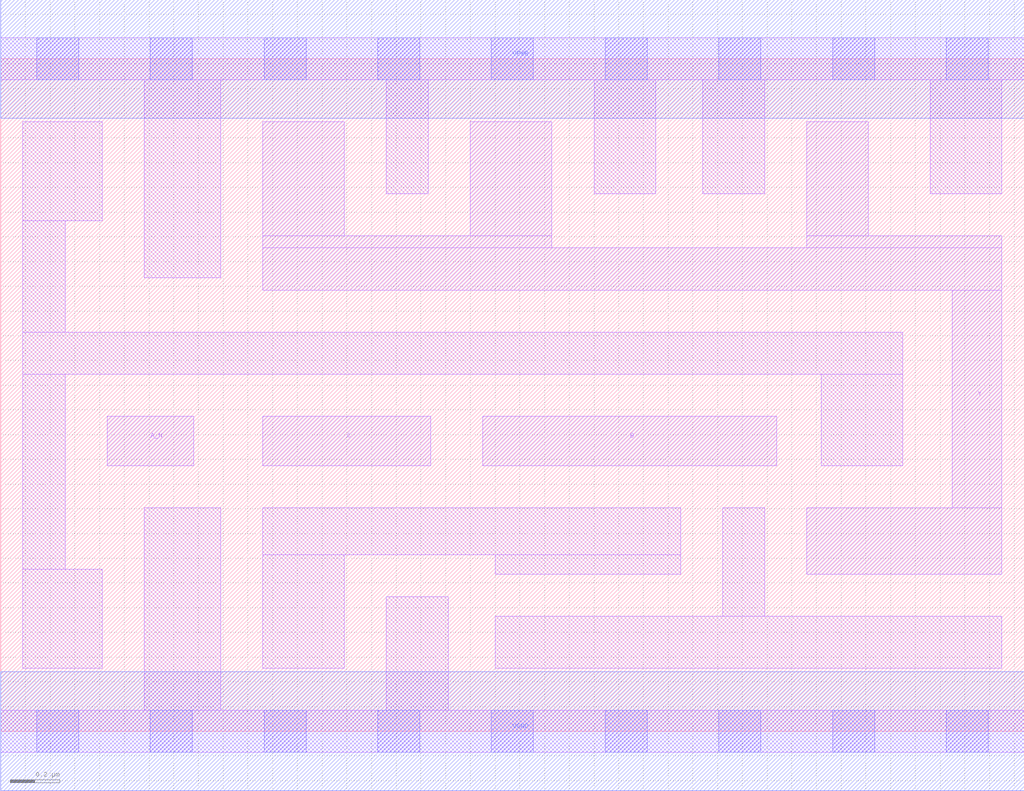
<source format=lef>
# Copyright 2020 The SkyWater PDK Authors
#
# Licensed under the Apache License, Version 2.0 (the "License");
# you may not use this file except in compliance with the License.
# You may obtain a copy of the License at
#
#     https://www.apache.org/licenses/LICENSE-2.0
#
# Unless required by applicable law or agreed to in writing, software
# distributed under the License is distributed on an "AS IS" BASIS,
# WITHOUT WARRANTIES OR CONDITIONS OF ANY KIND, either express or implied.
# See the License for the specific language governing permissions and
# limitations under the License.
#
# SPDX-License-Identifier: Apache-2.0

VERSION 5.7 ;
  NOWIREEXTENSIONATPIN ON ;
  DIVIDERCHAR "/" ;
  BUSBITCHARS "[]" ;
UNITS
  DATABASE MICRONS 200 ;
END UNITS
MACRO sky130_fd_sc_hd__nand3b_2
  CLASS CORE ;
  FOREIGN sky130_fd_sc_hd__nand3b_2 ;
  ORIGIN  0.000000  0.000000 ;
  SIZE  4.140000 BY  2.720000 ;
  SYMMETRY X Y R90 ;
  SITE unithd ;
  PIN A_N
    ANTENNAGATEAREA  0.126000 ;
    DIRECTION INPUT ;
    USE SIGNAL ;
    PORT
      LAYER li1 ;
        RECT 0.430000 1.075000 0.780000 1.275000 ;
    END
  END A_N
  PIN B
    ANTENNAGATEAREA  0.495000 ;
    DIRECTION INPUT ;
    USE SIGNAL ;
    PORT
      LAYER li1 ;
        RECT 1.950000 1.075000 3.140000 1.275000 ;
    END
  END B
  PIN C
    ANTENNAGATEAREA  0.495000 ;
    DIRECTION INPUT ;
    USE SIGNAL ;
    PORT
      LAYER li1 ;
        RECT 1.060000 1.075000 1.740000 1.275000 ;
    END
  END C
  PIN Y
    ANTENNADIFFAREA  0.985500 ;
    DIRECTION OUTPUT ;
    USE SIGNAL ;
    PORT
      LAYER li1 ;
        RECT 1.060000 1.785000 4.050000 1.955000 ;
        RECT 1.060000 1.955000 2.230000 2.005000 ;
        RECT 1.060000 2.005000 1.390000 2.465000 ;
        RECT 1.900000 2.005000 2.230000 2.465000 ;
        RECT 3.260000 0.635000 4.050000 0.905000 ;
        RECT 3.260000 1.955000 4.050000 2.005000 ;
        RECT 3.260000 2.005000 3.510000 2.465000 ;
        RECT 3.850000 0.905000 4.050000 1.785000 ;
    END
  END Y
  PIN VGND
    DIRECTION INOUT ;
    SHAPE ABUTMENT ;
    USE GROUND ;
    PORT
      LAYER met1 ;
        RECT 0.000000 -0.240000 4.140000 0.240000 ;
    END
  END VGND
  PIN VPWR
    DIRECTION INOUT ;
    SHAPE ABUTMENT ;
    USE POWER ;
    PORT
      LAYER met1 ;
        RECT 0.000000 2.480000 4.140000 2.960000 ;
    END
  END VPWR
  OBS
    LAYER li1 ;
      RECT 0.000000 -0.085000 4.140000 0.085000 ;
      RECT 0.000000  2.635000 4.140000 2.805000 ;
      RECT 0.090000  0.255000 0.410000 0.655000 ;
      RECT 0.090000  0.655000 0.260000 1.445000 ;
      RECT 0.090000  1.445000 3.650000 1.615000 ;
      RECT 0.090000  1.615000 0.260000 2.065000 ;
      RECT 0.090000  2.065000 0.410000 2.465000 ;
      RECT 0.580000  0.085000 0.890000 0.905000 ;
      RECT 0.580000  1.835000 0.890000 2.635000 ;
      RECT 1.060000  0.255000 1.390000 0.715000 ;
      RECT 1.060000  0.715000 2.750000 0.905000 ;
      RECT 1.560000  0.085000 1.810000 0.545000 ;
      RECT 1.560000  2.175000 1.730000 2.635000 ;
      RECT 2.000000  0.255000 4.050000 0.465000 ;
      RECT 2.000000  0.635000 2.750000 0.715000 ;
      RECT 2.400000  2.175000 2.650000 2.635000 ;
      RECT 2.840000  2.175000 3.090000 2.635000 ;
      RECT 2.920000  0.465000 3.090000 0.905000 ;
      RECT 3.320000  1.075000 3.650000 1.445000 ;
      RECT 3.760000  2.175000 4.050000 2.635000 ;
    LAYER mcon ;
      RECT 0.145000 -0.085000 0.315000 0.085000 ;
      RECT 0.145000  2.635000 0.315000 2.805000 ;
      RECT 0.605000 -0.085000 0.775000 0.085000 ;
      RECT 0.605000  2.635000 0.775000 2.805000 ;
      RECT 1.065000 -0.085000 1.235000 0.085000 ;
      RECT 1.065000  2.635000 1.235000 2.805000 ;
      RECT 1.525000 -0.085000 1.695000 0.085000 ;
      RECT 1.525000  2.635000 1.695000 2.805000 ;
      RECT 1.985000 -0.085000 2.155000 0.085000 ;
      RECT 1.985000  2.635000 2.155000 2.805000 ;
      RECT 2.445000 -0.085000 2.615000 0.085000 ;
      RECT 2.445000  2.635000 2.615000 2.805000 ;
      RECT 2.905000 -0.085000 3.075000 0.085000 ;
      RECT 2.905000  2.635000 3.075000 2.805000 ;
      RECT 3.365000 -0.085000 3.535000 0.085000 ;
      RECT 3.365000  2.635000 3.535000 2.805000 ;
      RECT 3.825000 -0.085000 3.995000 0.085000 ;
      RECT 3.825000  2.635000 3.995000 2.805000 ;
  END
END sky130_fd_sc_hd__nand3b_2
END LIBRARY

</source>
